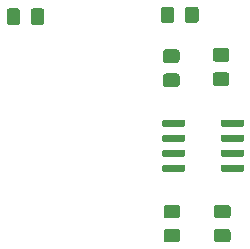
<source format=gbr>
G04 #@! TF.GenerationSoftware,KiCad,Pcbnew,(5.1.5)-3*
G04 #@! TF.CreationDate,2020-05-09T20:06:52-07:00*
G04 #@! TF.ProjectId,Rosie_SMD,526f7369-655f-4534-9d44-2e6b69636164,Version A2*
G04 #@! TF.SameCoordinates,Original*
G04 #@! TF.FileFunction,Paste,Top*
G04 #@! TF.FilePolarity,Positive*
%FSLAX46Y46*%
G04 Gerber Fmt 4.6, Leading zero omitted, Abs format (unit mm)*
G04 Created by KiCad (PCBNEW (5.1.5)-3) date 2020-05-09 20:06:52*
%MOMM*%
%LPD*%
G04 APERTURE LIST*
%ADD10C,0.100000*%
G04 APERTURE END LIST*
D10*
G36*
X125036105Y-106097204D02*
G01*
X125060373Y-106100804D01*
X125084172Y-106106765D01*
X125107271Y-106115030D01*
X125129450Y-106125520D01*
X125150493Y-106138132D01*
X125170199Y-106152747D01*
X125188377Y-106169223D01*
X125204853Y-106187401D01*
X125219468Y-106207107D01*
X125232080Y-106228150D01*
X125242570Y-106250329D01*
X125250835Y-106273428D01*
X125256796Y-106297227D01*
X125260396Y-106321495D01*
X125261600Y-106345999D01*
X125261600Y-106996001D01*
X125260396Y-107020505D01*
X125256796Y-107044773D01*
X125250835Y-107068572D01*
X125242570Y-107091671D01*
X125232080Y-107113850D01*
X125219468Y-107134893D01*
X125204853Y-107154599D01*
X125188377Y-107172777D01*
X125170199Y-107189253D01*
X125150493Y-107203868D01*
X125129450Y-107216480D01*
X125107271Y-107226970D01*
X125084172Y-107235235D01*
X125060373Y-107241196D01*
X125036105Y-107244796D01*
X125011601Y-107246000D01*
X124111599Y-107246000D01*
X124087095Y-107244796D01*
X124062827Y-107241196D01*
X124039028Y-107235235D01*
X124015929Y-107226970D01*
X123993750Y-107216480D01*
X123972707Y-107203868D01*
X123953001Y-107189253D01*
X123934823Y-107172777D01*
X123918347Y-107154599D01*
X123903732Y-107134893D01*
X123891120Y-107113850D01*
X123880630Y-107091671D01*
X123872365Y-107068572D01*
X123866404Y-107044773D01*
X123862804Y-107020505D01*
X123861600Y-106996001D01*
X123861600Y-106345999D01*
X123862804Y-106321495D01*
X123866404Y-106297227D01*
X123872365Y-106273428D01*
X123880630Y-106250329D01*
X123891120Y-106228150D01*
X123903732Y-106207107D01*
X123918347Y-106187401D01*
X123934823Y-106169223D01*
X123953001Y-106152747D01*
X123972707Y-106138132D01*
X123993750Y-106125520D01*
X124015929Y-106115030D01*
X124039028Y-106106765D01*
X124062827Y-106100804D01*
X124087095Y-106097204D01*
X124111599Y-106096000D01*
X125011601Y-106096000D01*
X125036105Y-106097204D01*
G37*
G36*
X125036105Y-108147204D02*
G01*
X125060373Y-108150804D01*
X125084172Y-108156765D01*
X125107271Y-108165030D01*
X125129450Y-108175520D01*
X125150493Y-108188132D01*
X125170199Y-108202747D01*
X125188377Y-108219223D01*
X125204853Y-108237401D01*
X125219468Y-108257107D01*
X125232080Y-108278150D01*
X125242570Y-108300329D01*
X125250835Y-108323428D01*
X125256796Y-108347227D01*
X125260396Y-108371495D01*
X125261600Y-108395999D01*
X125261600Y-109046001D01*
X125260396Y-109070505D01*
X125256796Y-109094773D01*
X125250835Y-109118572D01*
X125242570Y-109141671D01*
X125232080Y-109163850D01*
X125219468Y-109184893D01*
X125204853Y-109204599D01*
X125188377Y-109222777D01*
X125170199Y-109239253D01*
X125150493Y-109253868D01*
X125129450Y-109266480D01*
X125107271Y-109276970D01*
X125084172Y-109285235D01*
X125060373Y-109291196D01*
X125036105Y-109294796D01*
X125011601Y-109296000D01*
X124111599Y-109296000D01*
X124087095Y-109294796D01*
X124062827Y-109291196D01*
X124039028Y-109285235D01*
X124015929Y-109276970D01*
X123993750Y-109266480D01*
X123972707Y-109253868D01*
X123953001Y-109239253D01*
X123934823Y-109222777D01*
X123918347Y-109204599D01*
X123903732Y-109184893D01*
X123891120Y-109163850D01*
X123880630Y-109141671D01*
X123872365Y-109118572D01*
X123866404Y-109094773D01*
X123862804Y-109070505D01*
X123861600Y-109046001D01*
X123861600Y-108395999D01*
X123862804Y-108371495D01*
X123866404Y-108347227D01*
X123872365Y-108323428D01*
X123880630Y-108300329D01*
X123891120Y-108278150D01*
X123903732Y-108257107D01*
X123918347Y-108237401D01*
X123934823Y-108219223D01*
X123953001Y-108202747D01*
X123972707Y-108188132D01*
X123993750Y-108175520D01*
X124015929Y-108165030D01*
X124039028Y-108156765D01*
X124062827Y-108150804D01*
X124087095Y-108147204D01*
X124111599Y-108146000D01*
X125011601Y-108146000D01*
X125036105Y-108147204D01*
G37*
G36*
X129303305Y-108147204D02*
G01*
X129327573Y-108150804D01*
X129351372Y-108156765D01*
X129374471Y-108165030D01*
X129396650Y-108175520D01*
X129417693Y-108188132D01*
X129437399Y-108202747D01*
X129455577Y-108219223D01*
X129472053Y-108237401D01*
X129486668Y-108257107D01*
X129499280Y-108278150D01*
X129509770Y-108300329D01*
X129518035Y-108323428D01*
X129523996Y-108347227D01*
X129527596Y-108371495D01*
X129528800Y-108395999D01*
X129528800Y-109046001D01*
X129527596Y-109070505D01*
X129523996Y-109094773D01*
X129518035Y-109118572D01*
X129509770Y-109141671D01*
X129499280Y-109163850D01*
X129486668Y-109184893D01*
X129472053Y-109204599D01*
X129455577Y-109222777D01*
X129437399Y-109239253D01*
X129417693Y-109253868D01*
X129396650Y-109266480D01*
X129374471Y-109276970D01*
X129351372Y-109285235D01*
X129327573Y-109291196D01*
X129303305Y-109294796D01*
X129278801Y-109296000D01*
X128378799Y-109296000D01*
X128354295Y-109294796D01*
X128330027Y-109291196D01*
X128306228Y-109285235D01*
X128283129Y-109276970D01*
X128260950Y-109266480D01*
X128239907Y-109253868D01*
X128220201Y-109239253D01*
X128202023Y-109222777D01*
X128185547Y-109204599D01*
X128170932Y-109184893D01*
X128158320Y-109163850D01*
X128147830Y-109141671D01*
X128139565Y-109118572D01*
X128133604Y-109094773D01*
X128130004Y-109070505D01*
X128128800Y-109046001D01*
X128128800Y-108395999D01*
X128130004Y-108371495D01*
X128133604Y-108347227D01*
X128139565Y-108323428D01*
X128147830Y-108300329D01*
X128158320Y-108278150D01*
X128170932Y-108257107D01*
X128185547Y-108237401D01*
X128202023Y-108219223D01*
X128220201Y-108202747D01*
X128239907Y-108188132D01*
X128260950Y-108175520D01*
X128283129Y-108165030D01*
X128306228Y-108156765D01*
X128330027Y-108150804D01*
X128354295Y-108147204D01*
X128378799Y-108146000D01*
X129278801Y-108146000D01*
X129303305Y-108147204D01*
G37*
G36*
X129303305Y-106097204D02*
G01*
X129327573Y-106100804D01*
X129351372Y-106106765D01*
X129374471Y-106115030D01*
X129396650Y-106125520D01*
X129417693Y-106138132D01*
X129437399Y-106152747D01*
X129455577Y-106169223D01*
X129472053Y-106187401D01*
X129486668Y-106207107D01*
X129499280Y-106228150D01*
X129509770Y-106250329D01*
X129518035Y-106273428D01*
X129523996Y-106297227D01*
X129527596Y-106321495D01*
X129528800Y-106345999D01*
X129528800Y-106996001D01*
X129527596Y-107020505D01*
X129523996Y-107044773D01*
X129518035Y-107068572D01*
X129509770Y-107091671D01*
X129499280Y-107113850D01*
X129486668Y-107134893D01*
X129472053Y-107154599D01*
X129455577Y-107172777D01*
X129437399Y-107189253D01*
X129417693Y-107203868D01*
X129396650Y-107216480D01*
X129374471Y-107226970D01*
X129351372Y-107235235D01*
X129327573Y-107241196D01*
X129303305Y-107244796D01*
X129278801Y-107246000D01*
X128378799Y-107246000D01*
X128354295Y-107244796D01*
X128330027Y-107241196D01*
X128306228Y-107235235D01*
X128283129Y-107226970D01*
X128260950Y-107216480D01*
X128239907Y-107203868D01*
X128220201Y-107189253D01*
X128202023Y-107172777D01*
X128185547Y-107154599D01*
X128170932Y-107134893D01*
X128158320Y-107113850D01*
X128147830Y-107091671D01*
X128139565Y-107068572D01*
X128133604Y-107044773D01*
X128130004Y-107020505D01*
X128128800Y-106996001D01*
X128128800Y-106345999D01*
X128130004Y-106321495D01*
X128133604Y-106297227D01*
X128139565Y-106273428D01*
X128147830Y-106250329D01*
X128158320Y-106228150D01*
X128170932Y-106207107D01*
X128185547Y-106187401D01*
X128202023Y-106169223D01*
X128220201Y-106152747D01*
X128239907Y-106138132D01*
X128260950Y-106125520D01*
X128283129Y-106115030D01*
X128306228Y-106106765D01*
X128330027Y-106100804D01*
X128354295Y-106097204D01*
X128378799Y-106096000D01*
X129278801Y-106096000D01*
X129303305Y-106097204D01*
G37*
G36*
X124546505Y-89318804D02*
G01*
X124570773Y-89322404D01*
X124594572Y-89328365D01*
X124617671Y-89336630D01*
X124639850Y-89347120D01*
X124660893Y-89359732D01*
X124680599Y-89374347D01*
X124698777Y-89390823D01*
X124715253Y-89409001D01*
X124729868Y-89428707D01*
X124742480Y-89449750D01*
X124752970Y-89471929D01*
X124761235Y-89495028D01*
X124767196Y-89518827D01*
X124770796Y-89543095D01*
X124772000Y-89567599D01*
X124772000Y-90467601D01*
X124770796Y-90492105D01*
X124767196Y-90516373D01*
X124761235Y-90540172D01*
X124752970Y-90563271D01*
X124742480Y-90585450D01*
X124729868Y-90606493D01*
X124715253Y-90626199D01*
X124698777Y-90644377D01*
X124680599Y-90660853D01*
X124660893Y-90675468D01*
X124639850Y-90688080D01*
X124617671Y-90698570D01*
X124594572Y-90706835D01*
X124570773Y-90712796D01*
X124546505Y-90716396D01*
X124522001Y-90717600D01*
X123871999Y-90717600D01*
X123847495Y-90716396D01*
X123823227Y-90712796D01*
X123799428Y-90706835D01*
X123776329Y-90698570D01*
X123754150Y-90688080D01*
X123733107Y-90675468D01*
X123713401Y-90660853D01*
X123695223Y-90644377D01*
X123678747Y-90626199D01*
X123664132Y-90606493D01*
X123651520Y-90585450D01*
X123641030Y-90563271D01*
X123632765Y-90540172D01*
X123626804Y-90516373D01*
X123623204Y-90492105D01*
X123622000Y-90467601D01*
X123622000Y-89567599D01*
X123623204Y-89543095D01*
X123626804Y-89518827D01*
X123632765Y-89495028D01*
X123641030Y-89471929D01*
X123651520Y-89449750D01*
X123664132Y-89428707D01*
X123678747Y-89409001D01*
X123695223Y-89390823D01*
X123713401Y-89374347D01*
X123733107Y-89359732D01*
X123754150Y-89347120D01*
X123776329Y-89336630D01*
X123799428Y-89328365D01*
X123823227Y-89322404D01*
X123847495Y-89318804D01*
X123871999Y-89317600D01*
X124522001Y-89317600D01*
X124546505Y-89318804D01*
G37*
G36*
X126596505Y-89318804D02*
G01*
X126620773Y-89322404D01*
X126644572Y-89328365D01*
X126667671Y-89336630D01*
X126689850Y-89347120D01*
X126710893Y-89359732D01*
X126730599Y-89374347D01*
X126748777Y-89390823D01*
X126765253Y-89409001D01*
X126779868Y-89428707D01*
X126792480Y-89449750D01*
X126802970Y-89471929D01*
X126811235Y-89495028D01*
X126817196Y-89518827D01*
X126820796Y-89543095D01*
X126822000Y-89567599D01*
X126822000Y-90467601D01*
X126820796Y-90492105D01*
X126817196Y-90516373D01*
X126811235Y-90540172D01*
X126802970Y-90563271D01*
X126792480Y-90585450D01*
X126779868Y-90606493D01*
X126765253Y-90626199D01*
X126748777Y-90644377D01*
X126730599Y-90660853D01*
X126710893Y-90675468D01*
X126689850Y-90688080D01*
X126667671Y-90698570D01*
X126644572Y-90706835D01*
X126620773Y-90712796D01*
X126596505Y-90716396D01*
X126572001Y-90717600D01*
X125921999Y-90717600D01*
X125897495Y-90716396D01*
X125873227Y-90712796D01*
X125849428Y-90706835D01*
X125826329Y-90698570D01*
X125804150Y-90688080D01*
X125783107Y-90675468D01*
X125763401Y-90660853D01*
X125745223Y-90644377D01*
X125728747Y-90626199D01*
X125714132Y-90606493D01*
X125701520Y-90585450D01*
X125691030Y-90563271D01*
X125682765Y-90540172D01*
X125676804Y-90516373D01*
X125673204Y-90492105D01*
X125672000Y-90467601D01*
X125672000Y-89567599D01*
X125673204Y-89543095D01*
X125676804Y-89518827D01*
X125682765Y-89495028D01*
X125691030Y-89471929D01*
X125701520Y-89449750D01*
X125714132Y-89428707D01*
X125728747Y-89409001D01*
X125745223Y-89390823D01*
X125763401Y-89374347D01*
X125783107Y-89359732D01*
X125804150Y-89347120D01*
X125826329Y-89336630D01*
X125849428Y-89328365D01*
X125873227Y-89322404D01*
X125897495Y-89318804D01*
X125921999Y-89317600D01*
X126572001Y-89317600D01*
X126596505Y-89318804D01*
G37*
G36*
X124985305Y-94990004D02*
G01*
X125009573Y-94993604D01*
X125033372Y-94999565D01*
X125056471Y-95007830D01*
X125078650Y-95018320D01*
X125099693Y-95030932D01*
X125119399Y-95045547D01*
X125137577Y-95062023D01*
X125154053Y-95080201D01*
X125168668Y-95099907D01*
X125181280Y-95120950D01*
X125191770Y-95143129D01*
X125200035Y-95166228D01*
X125205996Y-95190027D01*
X125209596Y-95214295D01*
X125210800Y-95238799D01*
X125210800Y-95888801D01*
X125209596Y-95913305D01*
X125205996Y-95937573D01*
X125200035Y-95961372D01*
X125191770Y-95984471D01*
X125181280Y-96006650D01*
X125168668Y-96027693D01*
X125154053Y-96047399D01*
X125137577Y-96065577D01*
X125119399Y-96082053D01*
X125099693Y-96096668D01*
X125078650Y-96109280D01*
X125056471Y-96119770D01*
X125033372Y-96128035D01*
X125009573Y-96133996D01*
X124985305Y-96137596D01*
X124960801Y-96138800D01*
X124060799Y-96138800D01*
X124036295Y-96137596D01*
X124012027Y-96133996D01*
X123988228Y-96128035D01*
X123965129Y-96119770D01*
X123942950Y-96109280D01*
X123921907Y-96096668D01*
X123902201Y-96082053D01*
X123884023Y-96065577D01*
X123867547Y-96047399D01*
X123852932Y-96027693D01*
X123840320Y-96006650D01*
X123829830Y-95984471D01*
X123821565Y-95961372D01*
X123815604Y-95937573D01*
X123812004Y-95913305D01*
X123810800Y-95888801D01*
X123810800Y-95238799D01*
X123812004Y-95214295D01*
X123815604Y-95190027D01*
X123821565Y-95166228D01*
X123829830Y-95143129D01*
X123840320Y-95120950D01*
X123852932Y-95099907D01*
X123867547Y-95080201D01*
X123884023Y-95062023D01*
X123902201Y-95045547D01*
X123921907Y-95030932D01*
X123942950Y-95018320D01*
X123965129Y-95007830D01*
X123988228Y-94999565D01*
X124012027Y-94993604D01*
X124036295Y-94990004D01*
X124060799Y-94988800D01*
X124960801Y-94988800D01*
X124985305Y-94990004D01*
G37*
G36*
X124985305Y-92940004D02*
G01*
X125009573Y-92943604D01*
X125033372Y-92949565D01*
X125056471Y-92957830D01*
X125078650Y-92968320D01*
X125099693Y-92980932D01*
X125119399Y-92995547D01*
X125137577Y-93012023D01*
X125154053Y-93030201D01*
X125168668Y-93049907D01*
X125181280Y-93070950D01*
X125191770Y-93093129D01*
X125200035Y-93116228D01*
X125205996Y-93140027D01*
X125209596Y-93164295D01*
X125210800Y-93188799D01*
X125210800Y-93838801D01*
X125209596Y-93863305D01*
X125205996Y-93887573D01*
X125200035Y-93911372D01*
X125191770Y-93934471D01*
X125181280Y-93956650D01*
X125168668Y-93977693D01*
X125154053Y-93997399D01*
X125137577Y-94015577D01*
X125119399Y-94032053D01*
X125099693Y-94046668D01*
X125078650Y-94059280D01*
X125056471Y-94069770D01*
X125033372Y-94078035D01*
X125009573Y-94083996D01*
X124985305Y-94087596D01*
X124960801Y-94088800D01*
X124060799Y-94088800D01*
X124036295Y-94087596D01*
X124012027Y-94083996D01*
X123988228Y-94078035D01*
X123965129Y-94069770D01*
X123942950Y-94059280D01*
X123921907Y-94046668D01*
X123902201Y-94032053D01*
X123884023Y-94015577D01*
X123867547Y-93997399D01*
X123852932Y-93977693D01*
X123840320Y-93956650D01*
X123829830Y-93934471D01*
X123821565Y-93911372D01*
X123815604Y-93887573D01*
X123812004Y-93863305D01*
X123810800Y-93838801D01*
X123810800Y-93188799D01*
X123812004Y-93164295D01*
X123815604Y-93140027D01*
X123821565Y-93116228D01*
X123829830Y-93093129D01*
X123840320Y-93070950D01*
X123852932Y-93049907D01*
X123867547Y-93030201D01*
X123884023Y-93012023D01*
X123902201Y-92995547D01*
X123921907Y-92980932D01*
X123942950Y-92968320D01*
X123965129Y-92957830D01*
X123988228Y-92949565D01*
X124012027Y-92943604D01*
X124036295Y-92940004D01*
X124060799Y-92938800D01*
X124960801Y-92938800D01*
X124985305Y-92940004D01*
G37*
G36*
X129201705Y-92838404D02*
G01*
X129225973Y-92842004D01*
X129249772Y-92847965D01*
X129272871Y-92856230D01*
X129295050Y-92866720D01*
X129316093Y-92879332D01*
X129335799Y-92893947D01*
X129353977Y-92910423D01*
X129370453Y-92928601D01*
X129385068Y-92948307D01*
X129397680Y-92969350D01*
X129408170Y-92991529D01*
X129416435Y-93014628D01*
X129422396Y-93038427D01*
X129425996Y-93062695D01*
X129427200Y-93087199D01*
X129427200Y-93737201D01*
X129425996Y-93761705D01*
X129422396Y-93785973D01*
X129416435Y-93809772D01*
X129408170Y-93832871D01*
X129397680Y-93855050D01*
X129385068Y-93876093D01*
X129370453Y-93895799D01*
X129353977Y-93913977D01*
X129335799Y-93930453D01*
X129316093Y-93945068D01*
X129295050Y-93957680D01*
X129272871Y-93968170D01*
X129249772Y-93976435D01*
X129225973Y-93982396D01*
X129201705Y-93985996D01*
X129177201Y-93987200D01*
X128277199Y-93987200D01*
X128252695Y-93985996D01*
X128228427Y-93982396D01*
X128204628Y-93976435D01*
X128181529Y-93968170D01*
X128159350Y-93957680D01*
X128138307Y-93945068D01*
X128118601Y-93930453D01*
X128100423Y-93913977D01*
X128083947Y-93895799D01*
X128069332Y-93876093D01*
X128056720Y-93855050D01*
X128046230Y-93832871D01*
X128037965Y-93809772D01*
X128032004Y-93785973D01*
X128028404Y-93761705D01*
X128027200Y-93737201D01*
X128027200Y-93087199D01*
X128028404Y-93062695D01*
X128032004Y-93038427D01*
X128037965Y-93014628D01*
X128046230Y-92991529D01*
X128056720Y-92969350D01*
X128069332Y-92948307D01*
X128083947Y-92928601D01*
X128100423Y-92910423D01*
X128118601Y-92893947D01*
X128138307Y-92879332D01*
X128159350Y-92866720D01*
X128181529Y-92856230D01*
X128204628Y-92847965D01*
X128228427Y-92842004D01*
X128252695Y-92838404D01*
X128277199Y-92837200D01*
X129177201Y-92837200D01*
X129201705Y-92838404D01*
G37*
G36*
X129201705Y-94888404D02*
G01*
X129225973Y-94892004D01*
X129249772Y-94897965D01*
X129272871Y-94906230D01*
X129295050Y-94916720D01*
X129316093Y-94929332D01*
X129335799Y-94943947D01*
X129353977Y-94960423D01*
X129370453Y-94978601D01*
X129385068Y-94998307D01*
X129397680Y-95019350D01*
X129408170Y-95041529D01*
X129416435Y-95064628D01*
X129422396Y-95088427D01*
X129425996Y-95112695D01*
X129427200Y-95137199D01*
X129427200Y-95787201D01*
X129425996Y-95811705D01*
X129422396Y-95835973D01*
X129416435Y-95859772D01*
X129408170Y-95882871D01*
X129397680Y-95905050D01*
X129385068Y-95926093D01*
X129370453Y-95945799D01*
X129353977Y-95963977D01*
X129335799Y-95980453D01*
X129316093Y-95995068D01*
X129295050Y-96007680D01*
X129272871Y-96018170D01*
X129249772Y-96026435D01*
X129225973Y-96032396D01*
X129201705Y-96035996D01*
X129177201Y-96037200D01*
X128277199Y-96037200D01*
X128252695Y-96035996D01*
X128228427Y-96032396D01*
X128204628Y-96026435D01*
X128181529Y-96018170D01*
X128159350Y-96007680D01*
X128138307Y-95995068D01*
X128118601Y-95980453D01*
X128100423Y-95963977D01*
X128083947Y-95945799D01*
X128069332Y-95926093D01*
X128056720Y-95905050D01*
X128046230Y-95882871D01*
X128037965Y-95859772D01*
X128032004Y-95835973D01*
X128028404Y-95811705D01*
X128027200Y-95787201D01*
X128027200Y-95137199D01*
X128028404Y-95112695D01*
X128032004Y-95088427D01*
X128037965Y-95064628D01*
X128046230Y-95041529D01*
X128056720Y-95019350D01*
X128069332Y-94998307D01*
X128083947Y-94978601D01*
X128100423Y-94960423D01*
X128118601Y-94943947D01*
X128138307Y-94929332D01*
X128159350Y-94916720D01*
X128181529Y-94906230D01*
X128204628Y-94897965D01*
X128228427Y-94892004D01*
X128252695Y-94888404D01*
X128277199Y-94887200D01*
X129177201Y-94887200D01*
X129201705Y-94888404D01*
G37*
G36*
X111490905Y-89471204D02*
G01*
X111515173Y-89474804D01*
X111538972Y-89480765D01*
X111562071Y-89489030D01*
X111584250Y-89499520D01*
X111605293Y-89512132D01*
X111624999Y-89526747D01*
X111643177Y-89543223D01*
X111659653Y-89561401D01*
X111674268Y-89581107D01*
X111686880Y-89602150D01*
X111697370Y-89624329D01*
X111705635Y-89647428D01*
X111711596Y-89671227D01*
X111715196Y-89695495D01*
X111716400Y-89719999D01*
X111716400Y-90620001D01*
X111715196Y-90644505D01*
X111711596Y-90668773D01*
X111705635Y-90692572D01*
X111697370Y-90715671D01*
X111686880Y-90737850D01*
X111674268Y-90758893D01*
X111659653Y-90778599D01*
X111643177Y-90796777D01*
X111624999Y-90813253D01*
X111605293Y-90827868D01*
X111584250Y-90840480D01*
X111562071Y-90850970D01*
X111538972Y-90859235D01*
X111515173Y-90865196D01*
X111490905Y-90868796D01*
X111466401Y-90870000D01*
X110816399Y-90870000D01*
X110791895Y-90868796D01*
X110767627Y-90865196D01*
X110743828Y-90859235D01*
X110720729Y-90850970D01*
X110698550Y-90840480D01*
X110677507Y-90827868D01*
X110657801Y-90813253D01*
X110639623Y-90796777D01*
X110623147Y-90778599D01*
X110608532Y-90758893D01*
X110595920Y-90737850D01*
X110585430Y-90715671D01*
X110577165Y-90692572D01*
X110571204Y-90668773D01*
X110567604Y-90644505D01*
X110566400Y-90620001D01*
X110566400Y-89719999D01*
X110567604Y-89695495D01*
X110571204Y-89671227D01*
X110577165Y-89647428D01*
X110585430Y-89624329D01*
X110595920Y-89602150D01*
X110608532Y-89581107D01*
X110623147Y-89561401D01*
X110639623Y-89543223D01*
X110657801Y-89526747D01*
X110677507Y-89512132D01*
X110698550Y-89499520D01*
X110720729Y-89489030D01*
X110743828Y-89480765D01*
X110767627Y-89474804D01*
X110791895Y-89471204D01*
X110816399Y-89470000D01*
X111466401Y-89470000D01*
X111490905Y-89471204D01*
G37*
G36*
X113540905Y-89471204D02*
G01*
X113565173Y-89474804D01*
X113588972Y-89480765D01*
X113612071Y-89489030D01*
X113634250Y-89499520D01*
X113655293Y-89512132D01*
X113674999Y-89526747D01*
X113693177Y-89543223D01*
X113709653Y-89561401D01*
X113724268Y-89581107D01*
X113736880Y-89602150D01*
X113747370Y-89624329D01*
X113755635Y-89647428D01*
X113761596Y-89671227D01*
X113765196Y-89695495D01*
X113766400Y-89719999D01*
X113766400Y-90620001D01*
X113765196Y-90644505D01*
X113761596Y-90668773D01*
X113755635Y-90692572D01*
X113747370Y-90715671D01*
X113736880Y-90737850D01*
X113724268Y-90758893D01*
X113709653Y-90778599D01*
X113693177Y-90796777D01*
X113674999Y-90813253D01*
X113655293Y-90827868D01*
X113634250Y-90840480D01*
X113612071Y-90850970D01*
X113588972Y-90859235D01*
X113565173Y-90865196D01*
X113540905Y-90868796D01*
X113516401Y-90870000D01*
X112866399Y-90870000D01*
X112841895Y-90868796D01*
X112817627Y-90865196D01*
X112793828Y-90859235D01*
X112770729Y-90850970D01*
X112748550Y-90840480D01*
X112727507Y-90827868D01*
X112707801Y-90813253D01*
X112689623Y-90796777D01*
X112673147Y-90778599D01*
X112658532Y-90758893D01*
X112645920Y-90737850D01*
X112635430Y-90715671D01*
X112627165Y-90692572D01*
X112621204Y-90668773D01*
X112617604Y-90644505D01*
X112616400Y-90620001D01*
X112616400Y-89719999D01*
X112617604Y-89695495D01*
X112621204Y-89671227D01*
X112627165Y-89647428D01*
X112635430Y-89624329D01*
X112645920Y-89602150D01*
X112658532Y-89581107D01*
X112673147Y-89561401D01*
X112689623Y-89543223D01*
X112707801Y-89526747D01*
X112727507Y-89512132D01*
X112748550Y-89499520D01*
X112770729Y-89489030D01*
X112793828Y-89480765D01*
X112817627Y-89474804D01*
X112841895Y-89471204D01*
X112866399Y-89470000D01*
X113516401Y-89470000D01*
X113540905Y-89471204D01*
G37*
G36*
X125567903Y-98887722D02*
G01*
X125582464Y-98889882D01*
X125596743Y-98893459D01*
X125610603Y-98898418D01*
X125623910Y-98904712D01*
X125636536Y-98912280D01*
X125648359Y-98921048D01*
X125659266Y-98930934D01*
X125669152Y-98941841D01*
X125677920Y-98953664D01*
X125685488Y-98966290D01*
X125691782Y-98979597D01*
X125696741Y-98993457D01*
X125700318Y-99007736D01*
X125702478Y-99022297D01*
X125703200Y-99037000D01*
X125703200Y-99337000D01*
X125702478Y-99351703D01*
X125700318Y-99366264D01*
X125696741Y-99380543D01*
X125691782Y-99394403D01*
X125685488Y-99407710D01*
X125677920Y-99420336D01*
X125669152Y-99432159D01*
X125659266Y-99443066D01*
X125648359Y-99452952D01*
X125636536Y-99461720D01*
X125623910Y-99469288D01*
X125610603Y-99475582D01*
X125596743Y-99480541D01*
X125582464Y-99484118D01*
X125567903Y-99486278D01*
X125553200Y-99487000D01*
X123903200Y-99487000D01*
X123888497Y-99486278D01*
X123873936Y-99484118D01*
X123859657Y-99480541D01*
X123845797Y-99475582D01*
X123832490Y-99469288D01*
X123819864Y-99461720D01*
X123808041Y-99452952D01*
X123797134Y-99443066D01*
X123787248Y-99432159D01*
X123778480Y-99420336D01*
X123770912Y-99407710D01*
X123764618Y-99394403D01*
X123759659Y-99380543D01*
X123756082Y-99366264D01*
X123753922Y-99351703D01*
X123753200Y-99337000D01*
X123753200Y-99037000D01*
X123753922Y-99022297D01*
X123756082Y-99007736D01*
X123759659Y-98993457D01*
X123764618Y-98979597D01*
X123770912Y-98966290D01*
X123778480Y-98953664D01*
X123787248Y-98941841D01*
X123797134Y-98930934D01*
X123808041Y-98921048D01*
X123819864Y-98912280D01*
X123832490Y-98904712D01*
X123845797Y-98898418D01*
X123859657Y-98893459D01*
X123873936Y-98889882D01*
X123888497Y-98887722D01*
X123903200Y-98887000D01*
X125553200Y-98887000D01*
X125567903Y-98887722D01*
G37*
G36*
X125567903Y-100157722D02*
G01*
X125582464Y-100159882D01*
X125596743Y-100163459D01*
X125610603Y-100168418D01*
X125623910Y-100174712D01*
X125636536Y-100182280D01*
X125648359Y-100191048D01*
X125659266Y-100200934D01*
X125669152Y-100211841D01*
X125677920Y-100223664D01*
X125685488Y-100236290D01*
X125691782Y-100249597D01*
X125696741Y-100263457D01*
X125700318Y-100277736D01*
X125702478Y-100292297D01*
X125703200Y-100307000D01*
X125703200Y-100607000D01*
X125702478Y-100621703D01*
X125700318Y-100636264D01*
X125696741Y-100650543D01*
X125691782Y-100664403D01*
X125685488Y-100677710D01*
X125677920Y-100690336D01*
X125669152Y-100702159D01*
X125659266Y-100713066D01*
X125648359Y-100722952D01*
X125636536Y-100731720D01*
X125623910Y-100739288D01*
X125610603Y-100745582D01*
X125596743Y-100750541D01*
X125582464Y-100754118D01*
X125567903Y-100756278D01*
X125553200Y-100757000D01*
X123903200Y-100757000D01*
X123888497Y-100756278D01*
X123873936Y-100754118D01*
X123859657Y-100750541D01*
X123845797Y-100745582D01*
X123832490Y-100739288D01*
X123819864Y-100731720D01*
X123808041Y-100722952D01*
X123797134Y-100713066D01*
X123787248Y-100702159D01*
X123778480Y-100690336D01*
X123770912Y-100677710D01*
X123764618Y-100664403D01*
X123759659Y-100650543D01*
X123756082Y-100636264D01*
X123753922Y-100621703D01*
X123753200Y-100607000D01*
X123753200Y-100307000D01*
X123753922Y-100292297D01*
X123756082Y-100277736D01*
X123759659Y-100263457D01*
X123764618Y-100249597D01*
X123770912Y-100236290D01*
X123778480Y-100223664D01*
X123787248Y-100211841D01*
X123797134Y-100200934D01*
X123808041Y-100191048D01*
X123819864Y-100182280D01*
X123832490Y-100174712D01*
X123845797Y-100168418D01*
X123859657Y-100163459D01*
X123873936Y-100159882D01*
X123888497Y-100157722D01*
X123903200Y-100157000D01*
X125553200Y-100157000D01*
X125567903Y-100157722D01*
G37*
G36*
X125567903Y-101427722D02*
G01*
X125582464Y-101429882D01*
X125596743Y-101433459D01*
X125610603Y-101438418D01*
X125623910Y-101444712D01*
X125636536Y-101452280D01*
X125648359Y-101461048D01*
X125659266Y-101470934D01*
X125669152Y-101481841D01*
X125677920Y-101493664D01*
X125685488Y-101506290D01*
X125691782Y-101519597D01*
X125696741Y-101533457D01*
X125700318Y-101547736D01*
X125702478Y-101562297D01*
X125703200Y-101577000D01*
X125703200Y-101877000D01*
X125702478Y-101891703D01*
X125700318Y-101906264D01*
X125696741Y-101920543D01*
X125691782Y-101934403D01*
X125685488Y-101947710D01*
X125677920Y-101960336D01*
X125669152Y-101972159D01*
X125659266Y-101983066D01*
X125648359Y-101992952D01*
X125636536Y-102001720D01*
X125623910Y-102009288D01*
X125610603Y-102015582D01*
X125596743Y-102020541D01*
X125582464Y-102024118D01*
X125567903Y-102026278D01*
X125553200Y-102027000D01*
X123903200Y-102027000D01*
X123888497Y-102026278D01*
X123873936Y-102024118D01*
X123859657Y-102020541D01*
X123845797Y-102015582D01*
X123832490Y-102009288D01*
X123819864Y-102001720D01*
X123808041Y-101992952D01*
X123797134Y-101983066D01*
X123787248Y-101972159D01*
X123778480Y-101960336D01*
X123770912Y-101947710D01*
X123764618Y-101934403D01*
X123759659Y-101920543D01*
X123756082Y-101906264D01*
X123753922Y-101891703D01*
X123753200Y-101877000D01*
X123753200Y-101577000D01*
X123753922Y-101562297D01*
X123756082Y-101547736D01*
X123759659Y-101533457D01*
X123764618Y-101519597D01*
X123770912Y-101506290D01*
X123778480Y-101493664D01*
X123787248Y-101481841D01*
X123797134Y-101470934D01*
X123808041Y-101461048D01*
X123819864Y-101452280D01*
X123832490Y-101444712D01*
X123845797Y-101438418D01*
X123859657Y-101433459D01*
X123873936Y-101429882D01*
X123888497Y-101427722D01*
X123903200Y-101427000D01*
X125553200Y-101427000D01*
X125567903Y-101427722D01*
G37*
G36*
X125567903Y-102697722D02*
G01*
X125582464Y-102699882D01*
X125596743Y-102703459D01*
X125610603Y-102708418D01*
X125623910Y-102714712D01*
X125636536Y-102722280D01*
X125648359Y-102731048D01*
X125659266Y-102740934D01*
X125669152Y-102751841D01*
X125677920Y-102763664D01*
X125685488Y-102776290D01*
X125691782Y-102789597D01*
X125696741Y-102803457D01*
X125700318Y-102817736D01*
X125702478Y-102832297D01*
X125703200Y-102847000D01*
X125703200Y-103147000D01*
X125702478Y-103161703D01*
X125700318Y-103176264D01*
X125696741Y-103190543D01*
X125691782Y-103204403D01*
X125685488Y-103217710D01*
X125677920Y-103230336D01*
X125669152Y-103242159D01*
X125659266Y-103253066D01*
X125648359Y-103262952D01*
X125636536Y-103271720D01*
X125623910Y-103279288D01*
X125610603Y-103285582D01*
X125596743Y-103290541D01*
X125582464Y-103294118D01*
X125567903Y-103296278D01*
X125553200Y-103297000D01*
X123903200Y-103297000D01*
X123888497Y-103296278D01*
X123873936Y-103294118D01*
X123859657Y-103290541D01*
X123845797Y-103285582D01*
X123832490Y-103279288D01*
X123819864Y-103271720D01*
X123808041Y-103262952D01*
X123797134Y-103253066D01*
X123787248Y-103242159D01*
X123778480Y-103230336D01*
X123770912Y-103217710D01*
X123764618Y-103204403D01*
X123759659Y-103190543D01*
X123756082Y-103176264D01*
X123753922Y-103161703D01*
X123753200Y-103147000D01*
X123753200Y-102847000D01*
X123753922Y-102832297D01*
X123756082Y-102817736D01*
X123759659Y-102803457D01*
X123764618Y-102789597D01*
X123770912Y-102776290D01*
X123778480Y-102763664D01*
X123787248Y-102751841D01*
X123797134Y-102740934D01*
X123808041Y-102731048D01*
X123819864Y-102722280D01*
X123832490Y-102714712D01*
X123845797Y-102708418D01*
X123859657Y-102703459D01*
X123873936Y-102699882D01*
X123888497Y-102697722D01*
X123903200Y-102697000D01*
X125553200Y-102697000D01*
X125567903Y-102697722D01*
G37*
G36*
X130517903Y-102697722D02*
G01*
X130532464Y-102699882D01*
X130546743Y-102703459D01*
X130560603Y-102708418D01*
X130573910Y-102714712D01*
X130586536Y-102722280D01*
X130598359Y-102731048D01*
X130609266Y-102740934D01*
X130619152Y-102751841D01*
X130627920Y-102763664D01*
X130635488Y-102776290D01*
X130641782Y-102789597D01*
X130646741Y-102803457D01*
X130650318Y-102817736D01*
X130652478Y-102832297D01*
X130653200Y-102847000D01*
X130653200Y-103147000D01*
X130652478Y-103161703D01*
X130650318Y-103176264D01*
X130646741Y-103190543D01*
X130641782Y-103204403D01*
X130635488Y-103217710D01*
X130627920Y-103230336D01*
X130619152Y-103242159D01*
X130609266Y-103253066D01*
X130598359Y-103262952D01*
X130586536Y-103271720D01*
X130573910Y-103279288D01*
X130560603Y-103285582D01*
X130546743Y-103290541D01*
X130532464Y-103294118D01*
X130517903Y-103296278D01*
X130503200Y-103297000D01*
X128853200Y-103297000D01*
X128838497Y-103296278D01*
X128823936Y-103294118D01*
X128809657Y-103290541D01*
X128795797Y-103285582D01*
X128782490Y-103279288D01*
X128769864Y-103271720D01*
X128758041Y-103262952D01*
X128747134Y-103253066D01*
X128737248Y-103242159D01*
X128728480Y-103230336D01*
X128720912Y-103217710D01*
X128714618Y-103204403D01*
X128709659Y-103190543D01*
X128706082Y-103176264D01*
X128703922Y-103161703D01*
X128703200Y-103147000D01*
X128703200Y-102847000D01*
X128703922Y-102832297D01*
X128706082Y-102817736D01*
X128709659Y-102803457D01*
X128714618Y-102789597D01*
X128720912Y-102776290D01*
X128728480Y-102763664D01*
X128737248Y-102751841D01*
X128747134Y-102740934D01*
X128758041Y-102731048D01*
X128769864Y-102722280D01*
X128782490Y-102714712D01*
X128795797Y-102708418D01*
X128809657Y-102703459D01*
X128823936Y-102699882D01*
X128838497Y-102697722D01*
X128853200Y-102697000D01*
X130503200Y-102697000D01*
X130517903Y-102697722D01*
G37*
G36*
X130517903Y-101427722D02*
G01*
X130532464Y-101429882D01*
X130546743Y-101433459D01*
X130560603Y-101438418D01*
X130573910Y-101444712D01*
X130586536Y-101452280D01*
X130598359Y-101461048D01*
X130609266Y-101470934D01*
X130619152Y-101481841D01*
X130627920Y-101493664D01*
X130635488Y-101506290D01*
X130641782Y-101519597D01*
X130646741Y-101533457D01*
X130650318Y-101547736D01*
X130652478Y-101562297D01*
X130653200Y-101577000D01*
X130653200Y-101877000D01*
X130652478Y-101891703D01*
X130650318Y-101906264D01*
X130646741Y-101920543D01*
X130641782Y-101934403D01*
X130635488Y-101947710D01*
X130627920Y-101960336D01*
X130619152Y-101972159D01*
X130609266Y-101983066D01*
X130598359Y-101992952D01*
X130586536Y-102001720D01*
X130573910Y-102009288D01*
X130560603Y-102015582D01*
X130546743Y-102020541D01*
X130532464Y-102024118D01*
X130517903Y-102026278D01*
X130503200Y-102027000D01*
X128853200Y-102027000D01*
X128838497Y-102026278D01*
X128823936Y-102024118D01*
X128809657Y-102020541D01*
X128795797Y-102015582D01*
X128782490Y-102009288D01*
X128769864Y-102001720D01*
X128758041Y-101992952D01*
X128747134Y-101983066D01*
X128737248Y-101972159D01*
X128728480Y-101960336D01*
X128720912Y-101947710D01*
X128714618Y-101934403D01*
X128709659Y-101920543D01*
X128706082Y-101906264D01*
X128703922Y-101891703D01*
X128703200Y-101877000D01*
X128703200Y-101577000D01*
X128703922Y-101562297D01*
X128706082Y-101547736D01*
X128709659Y-101533457D01*
X128714618Y-101519597D01*
X128720912Y-101506290D01*
X128728480Y-101493664D01*
X128737248Y-101481841D01*
X128747134Y-101470934D01*
X128758041Y-101461048D01*
X128769864Y-101452280D01*
X128782490Y-101444712D01*
X128795797Y-101438418D01*
X128809657Y-101433459D01*
X128823936Y-101429882D01*
X128838497Y-101427722D01*
X128853200Y-101427000D01*
X130503200Y-101427000D01*
X130517903Y-101427722D01*
G37*
G36*
X130517903Y-100157722D02*
G01*
X130532464Y-100159882D01*
X130546743Y-100163459D01*
X130560603Y-100168418D01*
X130573910Y-100174712D01*
X130586536Y-100182280D01*
X130598359Y-100191048D01*
X130609266Y-100200934D01*
X130619152Y-100211841D01*
X130627920Y-100223664D01*
X130635488Y-100236290D01*
X130641782Y-100249597D01*
X130646741Y-100263457D01*
X130650318Y-100277736D01*
X130652478Y-100292297D01*
X130653200Y-100307000D01*
X130653200Y-100607000D01*
X130652478Y-100621703D01*
X130650318Y-100636264D01*
X130646741Y-100650543D01*
X130641782Y-100664403D01*
X130635488Y-100677710D01*
X130627920Y-100690336D01*
X130619152Y-100702159D01*
X130609266Y-100713066D01*
X130598359Y-100722952D01*
X130586536Y-100731720D01*
X130573910Y-100739288D01*
X130560603Y-100745582D01*
X130546743Y-100750541D01*
X130532464Y-100754118D01*
X130517903Y-100756278D01*
X130503200Y-100757000D01*
X128853200Y-100757000D01*
X128838497Y-100756278D01*
X128823936Y-100754118D01*
X128809657Y-100750541D01*
X128795797Y-100745582D01*
X128782490Y-100739288D01*
X128769864Y-100731720D01*
X128758041Y-100722952D01*
X128747134Y-100713066D01*
X128737248Y-100702159D01*
X128728480Y-100690336D01*
X128720912Y-100677710D01*
X128714618Y-100664403D01*
X128709659Y-100650543D01*
X128706082Y-100636264D01*
X128703922Y-100621703D01*
X128703200Y-100607000D01*
X128703200Y-100307000D01*
X128703922Y-100292297D01*
X128706082Y-100277736D01*
X128709659Y-100263457D01*
X128714618Y-100249597D01*
X128720912Y-100236290D01*
X128728480Y-100223664D01*
X128737248Y-100211841D01*
X128747134Y-100200934D01*
X128758041Y-100191048D01*
X128769864Y-100182280D01*
X128782490Y-100174712D01*
X128795797Y-100168418D01*
X128809657Y-100163459D01*
X128823936Y-100159882D01*
X128838497Y-100157722D01*
X128853200Y-100157000D01*
X130503200Y-100157000D01*
X130517903Y-100157722D01*
G37*
G36*
X130517903Y-98887722D02*
G01*
X130532464Y-98889882D01*
X130546743Y-98893459D01*
X130560603Y-98898418D01*
X130573910Y-98904712D01*
X130586536Y-98912280D01*
X130598359Y-98921048D01*
X130609266Y-98930934D01*
X130619152Y-98941841D01*
X130627920Y-98953664D01*
X130635488Y-98966290D01*
X130641782Y-98979597D01*
X130646741Y-98993457D01*
X130650318Y-99007736D01*
X130652478Y-99022297D01*
X130653200Y-99037000D01*
X130653200Y-99337000D01*
X130652478Y-99351703D01*
X130650318Y-99366264D01*
X130646741Y-99380543D01*
X130641782Y-99394403D01*
X130635488Y-99407710D01*
X130627920Y-99420336D01*
X130619152Y-99432159D01*
X130609266Y-99443066D01*
X130598359Y-99452952D01*
X130586536Y-99461720D01*
X130573910Y-99469288D01*
X130560603Y-99475582D01*
X130546743Y-99480541D01*
X130532464Y-99484118D01*
X130517903Y-99486278D01*
X130503200Y-99487000D01*
X128853200Y-99487000D01*
X128838497Y-99486278D01*
X128823936Y-99484118D01*
X128809657Y-99480541D01*
X128795797Y-99475582D01*
X128782490Y-99469288D01*
X128769864Y-99461720D01*
X128758041Y-99452952D01*
X128747134Y-99443066D01*
X128737248Y-99432159D01*
X128728480Y-99420336D01*
X128720912Y-99407710D01*
X128714618Y-99394403D01*
X128709659Y-99380543D01*
X128706082Y-99366264D01*
X128703922Y-99351703D01*
X128703200Y-99337000D01*
X128703200Y-99037000D01*
X128703922Y-99022297D01*
X128706082Y-99007736D01*
X128709659Y-98993457D01*
X128714618Y-98979597D01*
X128720912Y-98966290D01*
X128728480Y-98953664D01*
X128737248Y-98941841D01*
X128747134Y-98930934D01*
X128758041Y-98921048D01*
X128769864Y-98912280D01*
X128782490Y-98904712D01*
X128795797Y-98898418D01*
X128809657Y-98893459D01*
X128823936Y-98889882D01*
X128838497Y-98887722D01*
X128853200Y-98887000D01*
X130503200Y-98887000D01*
X130517903Y-98887722D01*
G37*
M02*

</source>
